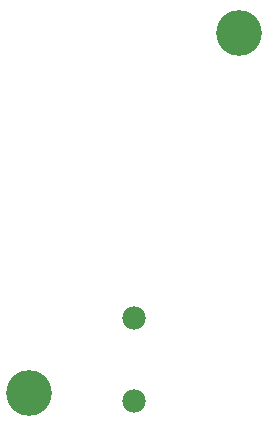
<source format=gbr>
G04 start of page 3 for group 5 idx 5 *
G04 Title: (unknown), bottom *
G04 Creator: pcb 4.2.2 *
G04 CreationDate: Wed Nov 22 19:00:24 2023 UTC *
G04 For: thomasc *
G04 Format: Gerber/RS-274X *
G04 PCB-Dimensions (mil): 1000.00 1500.00 *
G04 PCB-Coordinate-Origin: lower left *
%MOIN*%
%FSLAX25Y25*%
%LNBOTTOM*%
%ADD16C,0.1520*%
%ADD15C,0.0780*%
G54D15*X50000Y12500D03*
Y40000D03*
G54D16*X15000Y15000D03*
X85000Y135000D03*
G54D15*M02*

</source>
